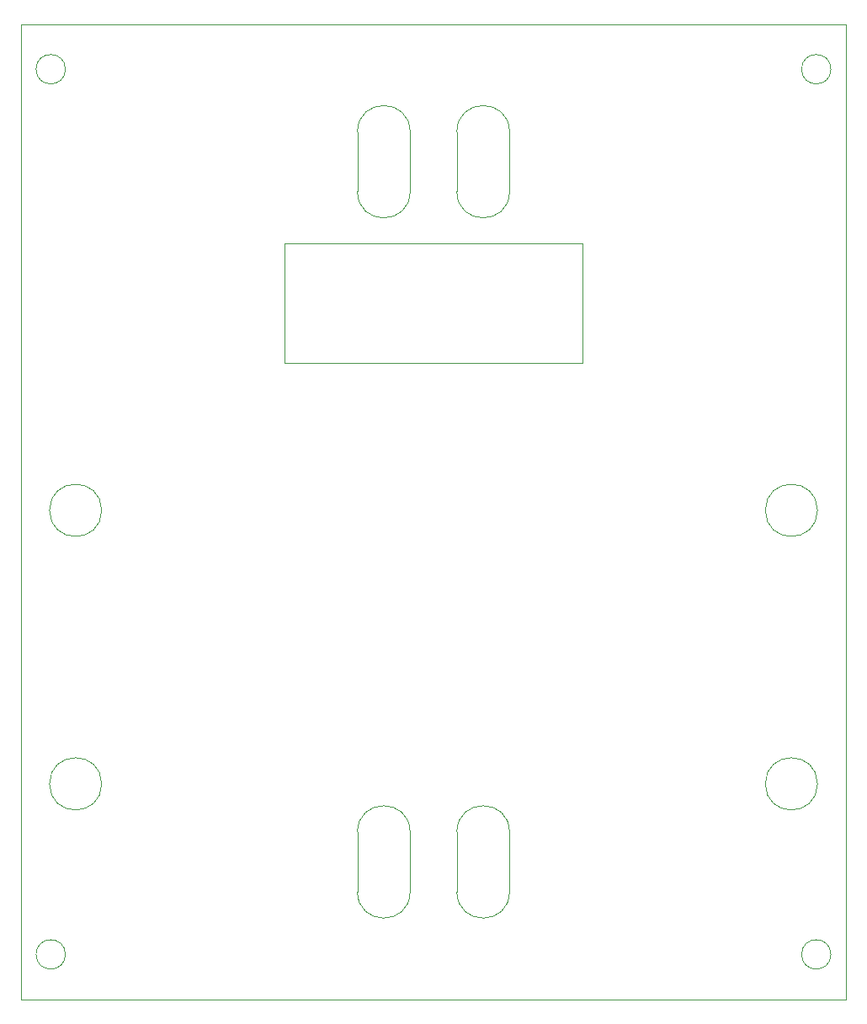
<source format=gbr>
%TF.GenerationSoftware,KiCad,Pcbnew,(5.1.10)-1*%
%TF.CreationDate,2022-05-08T17:07:42-07:00*%
%TF.ProjectId,solar-panel-side+XY,736f6c61-722d-4706-916e-656c2d736964,1.0*%
%TF.SameCoordinates,Original*%
%TF.FileFunction,Profile,NP*%
%FSLAX46Y46*%
G04 Gerber Fmt 4.6, Leading zero omitted, Abs format (unit mm)*
G04 Created by KiCad (PCBNEW (5.1.10)-1) date 2022-05-08 17:07:42*
%MOMM*%
%LPD*%
G01*
G04 APERTURE LIST*
%TA.AperFunction,Profile*%
%ADD10C,0.050000*%
%TD*%
G04 APERTURE END LIST*
D10*
X126500000Y-83750000D02*
X126500000Y-71750000D01*
X156500000Y-83750000D02*
X126500000Y-83750000D01*
X156500000Y-71750000D02*
X156500000Y-83750000D01*
X126500000Y-71750000D02*
X156500000Y-71750000D01*
X149150000Y-136930000D02*
G75*
G02*
X143850000Y-136930000I-2650000J0D01*
G01*
X143850000Y-130930000D02*
G75*
G02*
X149150000Y-130930000I2650000J0D01*
G01*
X139150000Y-136930000D02*
G75*
G02*
X133850000Y-136930000I-2650000J0D01*
G01*
X133850000Y-130930000D02*
G75*
G02*
X139150000Y-130930000I2650000J0D01*
G01*
X149150000Y-66530000D02*
G75*
G02*
X143850000Y-66530000I-2650000J0D01*
G01*
X143850000Y-60530000D02*
G75*
G02*
X149150000Y-60530000I2650000J0D01*
G01*
X139150000Y-66530000D02*
G75*
G02*
X133850000Y-66530000I-2650000J0D01*
G01*
X133850000Y-60530000D02*
G75*
G02*
X139150000Y-60530000I2650000J0D01*
G01*
X149150000Y-136930000D02*
X149150000Y-130930000D01*
X143850000Y-130930000D02*
X143850000Y-136930000D01*
X139150000Y-136930000D02*
X139150000Y-130930000D01*
X133850000Y-130930000D02*
X133850000Y-136930000D01*
X149150000Y-60530000D02*
X149150000Y-66530000D01*
X143850000Y-60530000D02*
X143850000Y-66530000D01*
X139150000Y-60530000D02*
X139150000Y-66530000D01*
X133850000Y-66530000D02*
X133850000Y-60530000D01*
X180125000Y-98580000D02*
G75*
G03*
X180125000Y-98580000I-2625000J0D01*
G01*
X180125000Y-126080000D02*
G75*
G03*
X180125000Y-126080000I-2625000J0D01*
G01*
X108125000Y-126080000D02*
G75*
G03*
X108125000Y-126080000I-2625000J0D01*
G01*
X108125000Y-98580000D02*
G75*
G03*
X108125000Y-98580000I-2625000J0D01*
G01*
X181475000Y-54230000D02*
G75*
G03*
X181475000Y-54230000I-1475000J0D01*
G01*
X104475000Y-54230000D02*
G75*
G03*
X104475000Y-54230000I-1475000J0D01*
G01*
X104475000Y-143230000D02*
G75*
G03*
X104475000Y-143230000I-1475000J0D01*
G01*
X181475000Y-143230000D02*
G75*
G03*
X181475000Y-143230000I-1475000J0D01*
G01*
X183000000Y-49750000D02*
X100000000Y-49750000D01*
X183000000Y-147750000D02*
X183000000Y-49750000D01*
X100000000Y-147750000D02*
X183000000Y-147750000D01*
X100000000Y-49750000D02*
X100000000Y-147750000D01*
M02*

</source>
